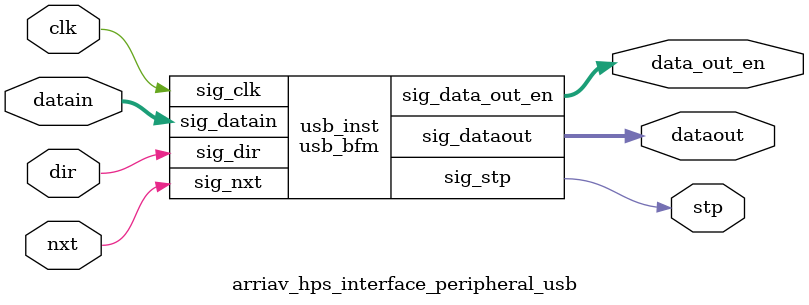
<source format=sv>


module usb_bfm
(
   sig_dir,
   sig_nxt,
   sig_datain,
   sig_clk,
   sig_dataout,
   sig_data_out_en,
   sig_stp
);

   //--------------------------------------------------------------------------
   // =head1 PINS 
   // =head2 User defined interface
   //--------------------------------------------------------------------------
   input sig_dir;
   input sig_nxt;
   input [7 : 0] sig_datain;
   input sig_clk;
   output [7 : 0] sig_dataout;
   output [7 : 0] sig_data_out_en;
   output sig_stp;

   // synthesis translate_off
   import verbosity_pkg::*;
   
   typedef logic ROLE_dir_t;
   typedef logic ROLE_nxt_t;
   typedef logic [7 : 0] ROLE_datain_t;
   typedef logic ROLE_clk_t;
   typedef logic [7 : 0] ROLE_dataout_t;
   typedef logic [7 : 0] ROLE_data_out_en_t;
   typedef logic ROLE_stp_t;

   logic [0 : 0] dir_in;
   logic [0 : 0] dir_local;
   logic [0 : 0] nxt_in;
   logic [0 : 0] nxt_local;
   logic [7 : 0] datain_in;
   logic [7 : 0] datain_local;
   logic [0 : 0] clk_in;
   logic [0 : 0] clk_local;
   reg [7 : 0] dataout_temp;
   reg [7 : 0] dataout_out;
   reg [7 : 0] data_out_en_temp;
   reg [7 : 0] data_out_en_out;
   reg stp_temp;
   reg stp_out;

   //--------------------------------------------------------------------------
   // =head1 Public Methods API
   // =pod
   // This section describes the public methods in the application programming
   // interface (API). The application program interface provides methods for 
   // a testbench which instantiates, controls and queries state in this BFM 
   // component. Test programs must only use these public access methods and 
   // events to communicate with this BFM component. The API and module pins
   // are the only interfaces of this component that are guaranteed to be
   // stable. The API will be maintained for the life of the product. 
   // While we cannot prevent a test program from directly accessing internal
   // tasks, functions, or data private to the BFM, there is no guarantee that
   // these will be present in the future. In fact, it is best for the user
   // to assume that the underlying implementation of this component can 
   // and will change.
   // =cut
   //--------------------------------------------------------------------------
   
   event signal_input_dir_change;
   event signal_input_nxt_change;
   event signal_input_datain_change;
   event signal_input_clk_change;
   
   function automatic string get_version();  // public
      // Return BFM version string. For example, version 9.1 sp1 is "9.1sp1" 
      string ret_version = "12.1";
      return ret_version;
   endfunction

   // -------------------------------------------------------
   // dir
   // -------------------------------------------------------
   function automatic ROLE_dir_t get_dir();
   
      // Gets the dir input value.
      $sformat(message, "%m: called get_dir");
      print(VERBOSITY_DEBUG, message);
      return dir_in;
      
   endfunction

   // -------------------------------------------------------
   // nxt
   // -------------------------------------------------------
   function automatic ROLE_nxt_t get_nxt();
   
      // Gets the nxt input value.
      $sformat(message, "%m: called get_nxt");
      print(VERBOSITY_DEBUG, message);
      return nxt_in;
      
   endfunction

   // -------------------------------------------------------
   // datain
   // -------------------------------------------------------
   function automatic ROLE_datain_t get_datain();
   
      // Gets the datain input value.
      $sformat(message, "%m: called get_datain");
      print(VERBOSITY_DEBUG, message);
      return datain_in;
      
   endfunction

   // -------------------------------------------------------
   // clk
   // -------------------------------------------------------
   function automatic ROLE_clk_t get_clk();
   
      // Gets the clk input value.
      $sformat(message, "%m: called get_clk");
      print(VERBOSITY_DEBUG, message);
      return clk_in;
      
   endfunction

   // -------------------------------------------------------
   // dataout
   // -------------------------------------------------------

   function automatic void set_dataout (
      ROLE_dataout_t new_value
   );
      // Drive the new value to dataout.
      
      $sformat(message, "%m: method called arg0 %0d", new_value); 
      print(VERBOSITY_DEBUG, message);
      
      dataout_temp = new_value;
   endfunction

   // -------------------------------------------------------
   // data_out_en
   // -------------------------------------------------------

   function automatic void set_data_out_en (
      ROLE_data_out_en_t new_value
   );
      // Drive the new value to data_out_en.
      
      $sformat(message, "%m: method called arg0 %0d", new_value); 
      print(VERBOSITY_DEBUG, message);
      
      data_out_en_temp = new_value;
   endfunction

   // -------------------------------------------------------
   // stp
   // -------------------------------------------------------

   function automatic void set_stp (
      ROLE_stp_t new_value
   );
      // Drive the new value to stp.
      
      $sformat(message, "%m: method called arg0 %0d", new_value); 
      print(VERBOSITY_DEBUG, message);
      
      stp_temp = new_value;
   endfunction

   assign dir_in = sig_dir;
   assign nxt_in = sig_nxt;
   assign datain_in = sig_datain;
   assign clk_in = sig_clk;
   assign sig_dataout = dataout_temp;
   assign sig_data_out_en = data_out_en_temp;
   assign sig_stp = stp_temp;


   always @(dir_in) begin
      if (dir_local != dir_in)
         -> signal_input_dir_change;
      dir_local = dir_in;
   end
   
   always @(nxt_in) begin
      if (nxt_local != nxt_in)
         -> signal_input_nxt_change;
      nxt_local = nxt_in;
   end
   
   always @(datain_in) begin
      if (datain_local != datain_in)
         -> signal_input_datain_change;
      datain_local = datain_in;
   end
   
   always @(clk_in) begin
      if (clk_local != clk_in)
         -> signal_input_clk_change;
      clk_local = clk_in;
   end
   


// synthesis translate_on

endmodule

module cyclonev_hps_interface_peripheral_usb (
   input  wire       dir,
   input  wire       nxt,
   input  wire [7:0] datain,
   input  wire       clk,
   output wire [7:0] dataout,
   output wire [7:0] data_out_en,
   output wire       stp
);

   usb_bfm usb_inst (
      .sig_dir(dir),
      .sig_nxt(nxt),
      .sig_datain(datain),
      .sig_clk(clk),
      .sig_dataout(dataout),
      .sig_data_out_en(data_out_en),
      .sig_stp(stp)
   );

endmodule 

module arriav_hps_interface_peripheral_usb (
   input  wire       dir,
   input  wire       nxt,
   input  wire [7:0] datain,
   input  wire       clk,
   output wire [7:0] dataout,
   output wire [7:0] data_out_en,
   output wire       stp
);

   usb_bfm usb_inst (
      .sig_dir(dir),
      .sig_nxt(nxt),
      .sig_datain(datain),
      .sig_clk(clk),
      .sig_dataout(dataout),
      .sig_data_out_en(data_out_en),
      .sig_stp(stp)
   );

endmodule 
</source>
